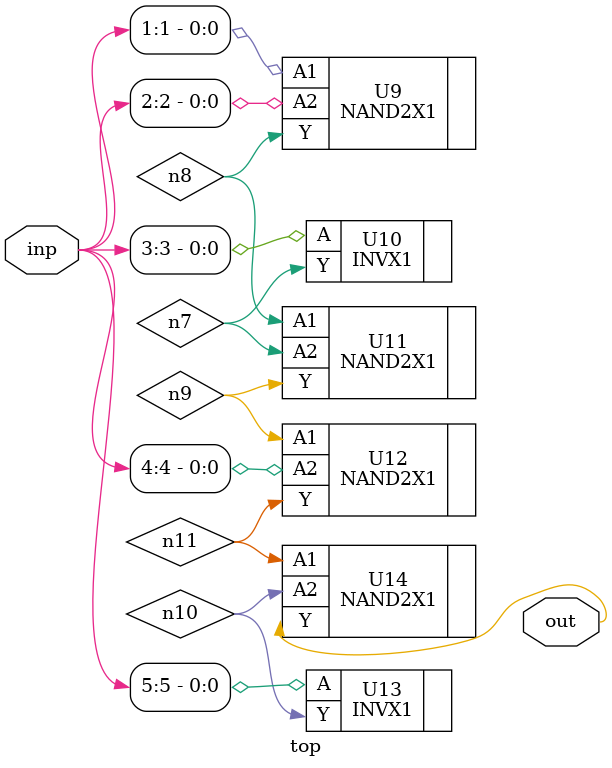
<source format=sv>


module top ( inp, out );
  input [5:0] inp;
  output out;
  wire   n7, n8, n9, n10, n11;

  NAND2X1 U9 ( .A1(inp[1]), .A2(inp[2]), .Y(n8) );
  INVX1 U10 ( .A(inp[3]), .Y(n7) );
  NAND2X1 U11 ( .A1(n8), .A2(n7), .Y(n9) );
  NAND2X1 U12 ( .A1(n9), .A2(inp[4]), .Y(n11) );
  INVX1 U13 ( .A(inp[5]), .Y(n10) );
  NAND2X1 U14 ( .A1(n11), .A2(n10), .Y(out) );
endmodule


</source>
